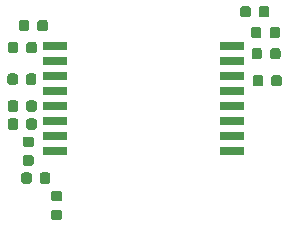
<source format=gbr>
%TF.GenerationSoftware,KiCad,Pcbnew,(5.1.5)-3*%
%TF.CreationDate,2020-05-01T16:03:37+02:00*%
%TF.ProjectId,SX1280_module,53583132-3830-45f6-9d6f-64756c652e6b,rev?*%
%TF.SameCoordinates,Original*%
%TF.FileFunction,Paste,Bot*%
%TF.FilePolarity,Positive*%
%FSLAX46Y46*%
G04 Gerber Fmt 4.6, Leading zero omitted, Abs format (unit mm)*
G04 Created by KiCad (PCBNEW (5.1.5)-3) date 2020-05-01 16:03:37*
%MOMM*%
%LPD*%
G04 APERTURE LIST*
%ADD10C,0.100000*%
%ADD11R,2.000000X0.800000*%
G04 APERTURE END LIST*
D10*
%TO.C,R18*%
G36*
X129424691Y-103171253D02*
G01*
X129445926Y-103174403D01*
X129466750Y-103179619D01*
X129486962Y-103186851D01*
X129506368Y-103196030D01*
X129524781Y-103207066D01*
X129542024Y-103219854D01*
X129557930Y-103234270D01*
X129572346Y-103250176D01*
X129585134Y-103267419D01*
X129596170Y-103285832D01*
X129605349Y-103305238D01*
X129612581Y-103325450D01*
X129617797Y-103346274D01*
X129620947Y-103367509D01*
X129622000Y-103388950D01*
X129622000Y-103901450D01*
X129620947Y-103922891D01*
X129617797Y-103944126D01*
X129612581Y-103964950D01*
X129605349Y-103985162D01*
X129596170Y-104004568D01*
X129585134Y-104022981D01*
X129572346Y-104040224D01*
X129557930Y-104056130D01*
X129542024Y-104070546D01*
X129524781Y-104083334D01*
X129506368Y-104094370D01*
X129486962Y-104103549D01*
X129466750Y-104110781D01*
X129445926Y-104115997D01*
X129424691Y-104119147D01*
X129403250Y-104120200D01*
X128965750Y-104120200D01*
X128944309Y-104119147D01*
X128923074Y-104115997D01*
X128902250Y-104110781D01*
X128882038Y-104103549D01*
X128862632Y-104094370D01*
X128844219Y-104083334D01*
X128826976Y-104070546D01*
X128811070Y-104056130D01*
X128796654Y-104040224D01*
X128783866Y-104022981D01*
X128772830Y-104004568D01*
X128763651Y-103985162D01*
X128756419Y-103964950D01*
X128751203Y-103944126D01*
X128748053Y-103922891D01*
X128747000Y-103901450D01*
X128747000Y-103388950D01*
X128748053Y-103367509D01*
X128751203Y-103346274D01*
X128756419Y-103325450D01*
X128763651Y-103305238D01*
X128772830Y-103285832D01*
X128783866Y-103267419D01*
X128796654Y-103250176D01*
X128811070Y-103234270D01*
X128826976Y-103219854D01*
X128844219Y-103207066D01*
X128862632Y-103196030D01*
X128882038Y-103186851D01*
X128902250Y-103179619D01*
X128923074Y-103174403D01*
X128944309Y-103171253D01*
X128965750Y-103170200D01*
X129403250Y-103170200D01*
X129424691Y-103171253D01*
G37*
G36*
X127849691Y-103171253D02*
G01*
X127870926Y-103174403D01*
X127891750Y-103179619D01*
X127911962Y-103186851D01*
X127931368Y-103196030D01*
X127949781Y-103207066D01*
X127967024Y-103219854D01*
X127982930Y-103234270D01*
X127997346Y-103250176D01*
X128010134Y-103267419D01*
X128021170Y-103285832D01*
X128030349Y-103305238D01*
X128037581Y-103325450D01*
X128042797Y-103346274D01*
X128045947Y-103367509D01*
X128047000Y-103388950D01*
X128047000Y-103901450D01*
X128045947Y-103922891D01*
X128042797Y-103944126D01*
X128037581Y-103964950D01*
X128030349Y-103985162D01*
X128021170Y-104004568D01*
X128010134Y-104022981D01*
X127997346Y-104040224D01*
X127982930Y-104056130D01*
X127967024Y-104070546D01*
X127949781Y-104083334D01*
X127931368Y-104094370D01*
X127911962Y-104103549D01*
X127891750Y-104110781D01*
X127870926Y-104115997D01*
X127849691Y-104119147D01*
X127828250Y-104120200D01*
X127390750Y-104120200D01*
X127369309Y-104119147D01*
X127348074Y-104115997D01*
X127327250Y-104110781D01*
X127307038Y-104103549D01*
X127287632Y-104094370D01*
X127269219Y-104083334D01*
X127251976Y-104070546D01*
X127236070Y-104056130D01*
X127221654Y-104040224D01*
X127208866Y-104022981D01*
X127197830Y-104004568D01*
X127188651Y-103985162D01*
X127181419Y-103964950D01*
X127176203Y-103944126D01*
X127173053Y-103922891D01*
X127172000Y-103901450D01*
X127172000Y-103388950D01*
X127173053Y-103367509D01*
X127176203Y-103346274D01*
X127181419Y-103325450D01*
X127188651Y-103305238D01*
X127197830Y-103285832D01*
X127208866Y-103267419D01*
X127221654Y-103250176D01*
X127236070Y-103234270D01*
X127251976Y-103219854D01*
X127269219Y-103207066D01*
X127287632Y-103196030D01*
X127307038Y-103186851D01*
X127327250Y-103179619D01*
X127348074Y-103174403D01*
X127369309Y-103171253D01*
X127390750Y-103170200D01*
X127828250Y-103170200D01*
X127849691Y-103171253D01*
G37*
%TD*%
%TO.C,R17*%
G36*
X110669291Y-104339653D02*
G01*
X110690526Y-104342803D01*
X110711350Y-104348019D01*
X110731562Y-104355251D01*
X110750968Y-104364430D01*
X110769381Y-104375466D01*
X110786624Y-104388254D01*
X110802530Y-104402670D01*
X110816946Y-104418576D01*
X110829734Y-104435819D01*
X110840770Y-104454232D01*
X110849949Y-104473638D01*
X110857181Y-104493850D01*
X110862397Y-104514674D01*
X110865547Y-104535909D01*
X110866600Y-104557350D01*
X110866600Y-105069850D01*
X110865547Y-105091291D01*
X110862397Y-105112526D01*
X110857181Y-105133350D01*
X110849949Y-105153562D01*
X110840770Y-105172968D01*
X110829734Y-105191381D01*
X110816946Y-105208624D01*
X110802530Y-105224530D01*
X110786624Y-105238946D01*
X110769381Y-105251734D01*
X110750968Y-105262770D01*
X110731562Y-105271949D01*
X110711350Y-105279181D01*
X110690526Y-105284397D01*
X110669291Y-105287547D01*
X110647850Y-105288600D01*
X110210350Y-105288600D01*
X110188909Y-105287547D01*
X110167674Y-105284397D01*
X110146850Y-105279181D01*
X110126638Y-105271949D01*
X110107232Y-105262770D01*
X110088819Y-105251734D01*
X110071576Y-105238946D01*
X110055670Y-105224530D01*
X110041254Y-105208624D01*
X110028466Y-105191381D01*
X110017430Y-105172968D01*
X110008251Y-105153562D01*
X110001019Y-105133350D01*
X109995803Y-105112526D01*
X109992653Y-105091291D01*
X109991600Y-105069850D01*
X109991600Y-104557350D01*
X109992653Y-104535909D01*
X109995803Y-104514674D01*
X110001019Y-104493850D01*
X110008251Y-104473638D01*
X110017430Y-104454232D01*
X110028466Y-104435819D01*
X110041254Y-104418576D01*
X110055670Y-104402670D01*
X110071576Y-104388254D01*
X110088819Y-104375466D01*
X110107232Y-104364430D01*
X110126638Y-104355251D01*
X110146850Y-104348019D01*
X110167674Y-104342803D01*
X110188909Y-104339653D01*
X110210350Y-104338600D01*
X110647850Y-104338600D01*
X110669291Y-104339653D01*
G37*
G36*
X109094291Y-104339653D02*
G01*
X109115526Y-104342803D01*
X109136350Y-104348019D01*
X109156562Y-104355251D01*
X109175968Y-104364430D01*
X109194381Y-104375466D01*
X109211624Y-104388254D01*
X109227530Y-104402670D01*
X109241946Y-104418576D01*
X109254734Y-104435819D01*
X109265770Y-104454232D01*
X109274949Y-104473638D01*
X109282181Y-104493850D01*
X109287397Y-104514674D01*
X109290547Y-104535909D01*
X109291600Y-104557350D01*
X109291600Y-105069850D01*
X109290547Y-105091291D01*
X109287397Y-105112526D01*
X109282181Y-105133350D01*
X109274949Y-105153562D01*
X109265770Y-105172968D01*
X109254734Y-105191381D01*
X109241946Y-105208624D01*
X109227530Y-105224530D01*
X109211624Y-105238946D01*
X109194381Y-105251734D01*
X109175968Y-105262770D01*
X109156562Y-105271949D01*
X109136350Y-105279181D01*
X109115526Y-105284397D01*
X109094291Y-105287547D01*
X109072850Y-105288600D01*
X108635350Y-105288600D01*
X108613909Y-105287547D01*
X108592674Y-105284397D01*
X108571850Y-105279181D01*
X108551638Y-105271949D01*
X108532232Y-105262770D01*
X108513819Y-105251734D01*
X108496576Y-105238946D01*
X108480670Y-105224530D01*
X108466254Y-105208624D01*
X108453466Y-105191381D01*
X108442430Y-105172968D01*
X108433251Y-105153562D01*
X108426019Y-105133350D01*
X108420803Y-105112526D01*
X108417653Y-105091291D01*
X108416600Y-105069850D01*
X108416600Y-104557350D01*
X108417653Y-104535909D01*
X108420803Y-104514674D01*
X108426019Y-104493850D01*
X108433251Y-104473638D01*
X108442430Y-104454232D01*
X108453466Y-104435819D01*
X108466254Y-104418576D01*
X108480670Y-104402670D01*
X108496576Y-104388254D01*
X108513819Y-104375466D01*
X108532232Y-104364430D01*
X108551638Y-104355251D01*
X108571850Y-104348019D01*
X108592674Y-104342803D01*
X108613909Y-104339653D01*
X108635350Y-104338600D01*
X109072850Y-104338600D01*
X109094291Y-104339653D01*
G37*
%TD*%
%TO.C,R16*%
G36*
X130481291Y-109013253D02*
G01*
X130502526Y-109016403D01*
X130523350Y-109021619D01*
X130543562Y-109028851D01*
X130562968Y-109038030D01*
X130581381Y-109049066D01*
X130598624Y-109061854D01*
X130614530Y-109076270D01*
X130628946Y-109092176D01*
X130641734Y-109109419D01*
X130652770Y-109127832D01*
X130661949Y-109147238D01*
X130669181Y-109167450D01*
X130674397Y-109188274D01*
X130677547Y-109209509D01*
X130678600Y-109230950D01*
X130678600Y-109743450D01*
X130677547Y-109764891D01*
X130674397Y-109786126D01*
X130669181Y-109806950D01*
X130661949Y-109827162D01*
X130652770Y-109846568D01*
X130641734Y-109864981D01*
X130628946Y-109882224D01*
X130614530Y-109898130D01*
X130598624Y-109912546D01*
X130581381Y-109925334D01*
X130562968Y-109936370D01*
X130543562Y-109945549D01*
X130523350Y-109952781D01*
X130502526Y-109957997D01*
X130481291Y-109961147D01*
X130459850Y-109962200D01*
X130022350Y-109962200D01*
X130000909Y-109961147D01*
X129979674Y-109957997D01*
X129958850Y-109952781D01*
X129938638Y-109945549D01*
X129919232Y-109936370D01*
X129900819Y-109925334D01*
X129883576Y-109912546D01*
X129867670Y-109898130D01*
X129853254Y-109882224D01*
X129840466Y-109864981D01*
X129829430Y-109846568D01*
X129820251Y-109827162D01*
X129813019Y-109806950D01*
X129807803Y-109786126D01*
X129804653Y-109764891D01*
X129803600Y-109743450D01*
X129803600Y-109230950D01*
X129804653Y-109209509D01*
X129807803Y-109188274D01*
X129813019Y-109167450D01*
X129820251Y-109147238D01*
X129829430Y-109127832D01*
X129840466Y-109109419D01*
X129853254Y-109092176D01*
X129867670Y-109076270D01*
X129883576Y-109061854D01*
X129900819Y-109049066D01*
X129919232Y-109038030D01*
X129938638Y-109028851D01*
X129958850Y-109021619D01*
X129979674Y-109016403D01*
X130000909Y-109013253D01*
X130022350Y-109012200D01*
X130459850Y-109012200D01*
X130481291Y-109013253D01*
G37*
G36*
X128906291Y-109013253D02*
G01*
X128927526Y-109016403D01*
X128948350Y-109021619D01*
X128968562Y-109028851D01*
X128987968Y-109038030D01*
X129006381Y-109049066D01*
X129023624Y-109061854D01*
X129039530Y-109076270D01*
X129053946Y-109092176D01*
X129066734Y-109109419D01*
X129077770Y-109127832D01*
X129086949Y-109147238D01*
X129094181Y-109167450D01*
X129099397Y-109188274D01*
X129102547Y-109209509D01*
X129103600Y-109230950D01*
X129103600Y-109743450D01*
X129102547Y-109764891D01*
X129099397Y-109786126D01*
X129094181Y-109806950D01*
X129086949Y-109827162D01*
X129077770Y-109846568D01*
X129066734Y-109864981D01*
X129053946Y-109882224D01*
X129039530Y-109898130D01*
X129023624Y-109912546D01*
X129006381Y-109925334D01*
X128987968Y-109936370D01*
X128968562Y-109945549D01*
X128948350Y-109952781D01*
X128927526Y-109957997D01*
X128906291Y-109961147D01*
X128884850Y-109962200D01*
X128447350Y-109962200D01*
X128425909Y-109961147D01*
X128404674Y-109957997D01*
X128383850Y-109952781D01*
X128363638Y-109945549D01*
X128344232Y-109936370D01*
X128325819Y-109925334D01*
X128308576Y-109912546D01*
X128292670Y-109898130D01*
X128278254Y-109882224D01*
X128265466Y-109864981D01*
X128254430Y-109846568D01*
X128245251Y-109827162D01*
X128238019Y-109806950D01*
X128232803Y-109786126D01*
X128229653Y-109764891D01*
X128228600Y-109743450D01*
X128228600Y-109230950D01*
X128229653Y-109209509D01*
X128232803Y-109188274D01*
X128238019Y-109167450D01*
X128245251Y-109147238D01*
X128254430Y-109127832D01*
X128265466Y-109109419D01*
X128278254Y-109092176D01*
X128292670Y-109076270D01*
X128308576Y-109061854D01*
X128325819Y-109049066D01*
X128344232Y-109038030D01*
X128363638Y-109028851D01*
X128383850Y-109021619D01*
X128404674Y-109016403D01*
X128425909Y-109013253D01*
X128447350Y-109012200D01*
X128884850Y-109012200D01*
X128906291Y-109013253D01*
G37*
%TD*%
%TO.C,R14*%
G36*
X130379691Y-106727253D02*
G01*
X130400926Y-106730403D01*
X130421750Y-106735619D01*
X130441962Y-106742851D01*
X130461368Y-106752030D01*
X130479781Y-106763066D01*
X130497024Y-106775854D01*
X130512930Y-106790270D01*
X130527346Y-106806176D01*
X130540134Y-106823419D01*
X130551170Y-106841832D01*
X130560349Y-106861238D01*
X130567581Y-106881450D01*
X130572797Y-106902274D01*
X130575947Y-106923509D01*
X130577000Y-106944950D01*
X130577000Y-107457450D01*
X130575947Y-107478891D01*
X130572797Y-107500126D01*
X130567581Y-107520950D01*
X130560349Y-107541162D01*
X130551170Y-107560568D01*
X130540134Y-107578981D01*
X130527346Y-107596224D01*
X130512930Y-107612130D01*
X130497024Y-107626546D01*
X130479781Y-107639334D01*
X130461368Y-107650370D01*
X130441962Y-107659549D01*
X130421750Y-107666781D01*
X130400926Y-107671997D01*
X130379691Y-107675147D01*
X130358250Y-107676200D01*
X129920750Y-107676200D01*
X129899309Y-107675147D01*
X129878074Y-107671997D01*
X129857250Y-107666781D01*
X129837038Y-107659549D01*
X129817632Y-107650370D01*
X129799219Y-107639334D01*
X129781976Y-107626546D01*
X129766070Y-107612130D01*
X129751654Y-107596224D01*
X129738866Y-107578981D01*
X129727830Y-107560568D01*
X129718651Y-107541162D01*
X129711419Y-107520950D01*
X129706203Y-107500126D01*
X129703053Y-107478891D01*
X129702000Y-107457450D01*
X129702000Y-106944950D01*
X129703053Y-106923509D01*
X129706203Y-106902274D01*
X129711419Y-106881450D01*
X129718651Y-106861238D01*
X129727830Y-106841832D01*
X129738866Y-106823419D01*
X129751654Y-106806176D01*
X129766070Y-106790270D01*
X129781976Y-106775854D01*
X129799219Y-106763066D01*
X129817632Y-106752030D01*
X129837038Y-106742851D01*
X129857250Y-106735619D01*
X129878074Y-106730403D01*
X129899309Y-106727253D01*
X129920750Y-106726200D01*
X130358250Y-106726200D01*
X130379691Y-106727253D01*
G37*
G36*
X128804691Y-106727253D02*
G01*
X128825926Y-106730403D01*
X128846750Y-106735619D01*
X128866962Y-106742851D01*
X128886368Y-106752030D01*
X128904781Y-106763066D01*
X128922024Y-106775854D01*
X128937930Y-106790270D01*
X128952346Y-106806176D01*
X128965134Y-106823419D01*
X128976170Y-106841832D01*
X128985349Y-106861238D01*
X128992581Y-106881450D01*
X128997797Y-106902274D01*
X129000947Y-106923509D01*
X129002000Y-106944950D01*
X129002000Y-107457450D01*
X129000947Y-107478891D01*
X128997797Y-107500126D01*
X128992581Y-107520950D01*
X128985349Y-107541162D01*
X128976170Y-107560568D01*
X128965134Y-107578981D01*
X128952346Y-107596224D01*
X128937930Y-107612130D01*
X128922024Y-107626546D01*
X128904781Y-107639334D01*
X128886368Y-107650370D01*
X128866962Y-107659549D01*
X128846750Y-107666781D01*
X128825926Y-107671997D01*
X128804691Y-107675147D01*
X128783250Y-107676200D01*
X128345750Y-107676200D01*
X128324309Y-107675147D01*
X128303074Y-107671997D01*
X128282250Y-107666781D01*
X128262038Y-107659549D01*
X128242632Y-107650370D01*
X128224219Y-107639334D01*
X128206976Y-107626546D01*
X128191070Y-107612130D01*
X128176654Y-107596224D01*
X128163866Y-107578981D01*
X128152830Y-107560568D01*
X128143651Y-107541162D01*
X128136419Y-107520950D01*
X128131203Y-107500126D01*
X128128053Y-107478891D01*
X128127000Y-107457450D01*
X128127000Y-106944950D01*
X128128053Y-106923509D01*
X128131203Y-106902274D01*
X128136419Y-106881450D01*
X128143651Y-106861238D01*
X128152830Y-106841832D01*
X128163866Y-106823419D01*
X128176654Y-106806176D01*
X128191070Y-106790270D01*
X128206976Y-106775854D01*
X128224219Y-106763066D01*
X128242632Y-106752030D01*
X128262038Y-106742851D01*
X128282250Y-106735619D01*
X128303074Y-106730403D01*
X128324309Y-106727253D01*
X128345750Y-106726200D01*
X128783250Y-106726200D01*
X128804691Y-106727253D01*
G37*
%TD*%
%TO.C,R13*%
G36*
X130339191Y-104936053D02*
G01*
X130360426Y-104939203D01*
X130381250Y-104944419D01*
X130401462Y-104951651D01*
X130420868Y-104960830D01*
X130439281Y-104971866D01*
X130456524Y-104984654D01*
X130472430Y-104999070D01*
X130486846Y-105014976D01*
X130499634Y-105032219D01*
X130510670Y-105050632D01*
X130519849Y-105070038D01*
X130527081Y-105090250D01*
X130532297Y-105111074D01*
X130535447Y-105132309D01*
X130536500Y-105153750D01*
X130536500Y-105666250D01*
X130535447Y-105687691D01*
X130532297Y-105708926D01*
X130527081Y-105729750D01*
X130519849Y-105749962D01*
X130510670Y-105769368D01*
X130499634Y-105787781D01*
X130486846Y-105805024D01*
X130472430Y-105820930D01*
X130456524Y-105835346D01*
X130439281Y-105848134D01*
X130420868Y-105859170D01*
X130401462Y-105868349D01*
X130381250Y-105875581D01*
X130360426Y-105880797D01*
X130339191Y-105883947D01*
X130317750Y-105885000D01*
X129880250Y-105885000D01*
X129858809Y-105883947D01*
X129837574Y-105880797D01*
X129816750Y-105875581D01*
X129796538Y-105868349D01*
X129777132Y-105859170D01*
X129758719Y-105848134D01*
X129741476Y-105835346D01*
X129725570Y-105820930D01*
X129711154Y-105805024D01*
X129698366Y-105787781D01*
X129687330Y-105769368D01*
X129678151Y-105749962D01*
X129670919Y-105729750D01*
X129665703Y-105708926D01*
X129662553Y-105687691D01*
X129661500Y-105666250D01*
X129661500Y-105153750D01*
X129662553Y-105132309D01*
X129665703Y-105111074D01*
X129670919Y-105090250D01*
X129678151Y-105070038D01*
X129687330Y-105050632D01*
X129698366Y-105032219D01*
X129711154Y-105014976D01*
X129725570Y-104999070D01*
X129741476Y-104984654D01*
X129758719Y-104971866D01*
X129777132Y-104960830D01*
X129796538Y-104951651D01*
X129816750Y-104944419D01*
X129837574Y-104939203D01*
X129858809Y-104936053D01*
X129880250Y-104935000D01*
X130317750Y-104935000D01*
X130339191Y-104936053D01*
G37*
G36*
X128764191Y-104936053D02*
G01*
X128785426Y-104939203D01*
X128806250Y-104944419D01*
X128826462Y-104951651D01*
X128845868Y-104960830D01*
X128864281Y-104971866D01*
X128881524Y-104984654D01*
X128897430Y-104999070D01*
X128911846Y-105014976D01*
X128924634Y-105032219D01*
X128935670Y-105050632D01*
X128944849Y-105070038D01*
X128952081Y-105090250D01*
X128957297Y-105111074D01*
X128960447Y-105132309D01*
X128961500Y-105153750D01*
X128961500Y-105666250D01*
X128960447Y-105687691D01*
X128957297Y-105708926D01*
X128952081Y-105729750D01*
X128944849Y-105749962D01*
X128935670Y-105769368D01*
X128924634Y-105787781D01*
X128911846Y-105805024D01*
X128897430Y-105820930D01*
X128881524Y-105835346D01*
X128864281Y-105848134D01*
X128845868Y-105859170D01*
X128826462Y-105868349D01*
X128806250Y-105875581D01*
X128785426Y-105880797D01*
X128764191Y-105883947D01*
X128742750Y-105885000D01*
X128305250Y-105885000D01*
X128283809Y-105883947D01*
X128262574Y-105880797D01*
X128241750Y-105875581D01*
X128221538Y-105868349D01*
X128202132Y-105859170D01*
X128183719Y-105848134D01*
X128166476Y-105835346D01*
X128150570Y-105820930D01*
X128136154Y-105805024D01*
X128123366Y-105787781D01*
X128112330Y-105769368D01*
X128103151Y-105749962D01*
X128095919Y-105729750D01*
X128090703Y-105708926D01*
X128087553Y-105687691D01*
X128086500Y-105666250D01*
X128086500Y-105153750D01*
X128087553Y-105132309D01*
X128090703Y-105111074D01*
X128095919Y-105090250D01*
X128103151Y-105070038D01*
X128112330Y-105050632D01*
X128123366Y-105032219D01*
X128136154Y-105014976D01*
X128150570Y-104999070D01*
X128166476Y-104984654D01*
X128183719Y-104971866D01*
X128202132Y-104960830D01*
X128221538Y-104951651D01*
X128241750Y-104944419D01*
X128262574Y-104939203D01*
X128283809Y-104936053D01*
X128305250Y-104935000D01*
X128742750Y-104935000D01*
X128764191Y-104936053D01*
G37*
%TD*%
%TO.C,R12*%
G36*
X108164691Y-106206053D02*
G01*
X108185926Y-106209203D01*
X108206750Y-106214419D01*
X108226962Y-106221651D01*
X108246368Y-106230830D01*
X108264781Y-106241866D01*
X108282024Y-106254654D01*
X108297930Y-106269070D01*
X108312346Y-106284976D01*
X108325134Y-106302219D01*
X108336170Y-106320632D01*
X108345349Y-106340038D01*
X108352581Y-106360250D01*
X108357797Y-106381074D01*
X108360947Y-106402309D01*
X108362000Y-106423750D01*
X108362000Y-106936250D01*
X108360947Y-106957691D01*
X108357797Y-106978926D01*
X108352581Y-106999750D01*
X108345349Y-107019962D01*
X108336170Y-107039368D01*
X108325134Y-107057781D01*
X108312346Y-107075024D01*
X108297930Y-107090930D01*
X108282024Y-107105346D01*
X108264781Y-107118134D01*
X108246368Y-107129170D01*
X108226962Y-107138349D01*
X108206750Y-107145581D01*
X108185926Y-107150797D01*
X108164691Y-107153947D01*
X108143250Y-107155000D01*
X107705750Y-107155000D01*
X107684309Y-107153947D01*
X107663074Y-107150797D01*
X107642250Y-107145581D01*
X107622038Y-107138349D01*
X107602632Y-107129170D01*
X107584219Y-107118134D01*
X107566976Y-107105346D01*
X107551070Y-107090930D01*
X107536654Y-107075024D01*
X107523866Y-107057781D01*
X107512830Y-107039368D01*
X107503651Y-107019962D01*
X107496419Y-106999750D01*
X107491203Y-106978926D01*
X107488053Y-106957691D01*
X107487000Y-106936250D01*
X107487000Y-106423750D01*
X107488053Y-106402309D01*
X107491203Y-106381074D01*
X107496419Y-106360250D01*
X107503651Y-106340038D01*
X107512830Y-106320632D01*
X107523866Y-106302219D01*
X107536654Y-106284976D01*
X107551070Y-106269070D01*
X107566976Y-106254654D01*
X107584219Y-106241866D01*
X107602632Y-106230830D01*
X107622038Y-106221651D01*
X107642250Y-106214419D01*
X107663074Y-106209203D01*
X107684309Y-106206053D01*
X107705750Y-106205000D01*
X108143250Y-106205000D01*
X108164691Y-106206053D01*
G37*
G36*
X109739691Y-106206053D02*
G01*
X109760926Y-106209203D01*
X109781750Y-106214419D01*
X109801962Y-106221651D01*
X109821368Y-106230830D01*
X109839781Y-106241866D01*
X109857024Y-106254654D01*
X109872930Y-106269070D01*
X109887346Y-106284976D01*
X109900134Y-106302219D01*
X109911170Y-106320632D01*
X109920349Y-106340038D01*
X109927581Y-106360250D01*
X109932797Y-106381074D01*
X109935947Y-106402309D01*
X109937000Y-106423750D01*
X109937000Y-106936250D01*
X109935947Y-106957691D01*
X109932797Y-106978926D01*
X109927581Y-106999750D01*
X109920349Y-107019962D01*
X109911170Y-107039368D01*
X109900134Y-107057781D01*
X109887346Y-107075024D01*
X109872930Y-107090930D01*
X109857024Y-107105346D01*
X109839781Y-107118134D01*
X109821368Y-107129170D01*
X109801962Y-107138349D01*
X109781750Y-107145581D01*
X109760926Y-107150797D01*
X109739691Y-107153947D01*
X109718250Y-107155000D01*
X109280750Y-107155000D01*
X109259309Y-107153947D01*
X109238074Y-107150797D01*
X109217250Y-107145581D01*
X109197038Y-107138349D01*
X109177632Y-107129170D01*
X109159219Y-107118134D01*
X109141976Y-107105346D01*
X109126070Y-107090930D01*
X109111654Y-107075024D01*
X109098866Y-107057781D01*
X109087830Y-107039368D01*
X109078651Y-107019962D01*
X109071419Y-106999750D01*
X109066203Y-106978926D01*
X109063053Y-106957691D01*
X109062000Y-106936250D01*
X109062000Y-106423750D01*
X109063053Y-106402309D01*
X109066203Y-106381074D01*
X109071419Y-106360250D01*
X109078651Y-106340038D01*
X109087830Y-106320632D01*
X109098866Y-106302219D01*
X109111654Y-106284976D01*
X109126070Y-106269070D01*
X109141976Y-106254654D01*
X109159219Y-106241866D01*
X109177632Y-106230830D01*
X109197038Y-106221651D01*
X109217250Y-106214419D01*
X109238074Y-106209203D01*
X109259309Y-106206053D01*
X109280750Y-106205000D01*
X109718250Y-106205000D01*
X109739691Y-106206053D01*
G37*
%TD*%
%TO.C,R11*%
G36*
X108139191Y-108873053D02*
G01*
X108160426Y-108876203D01*
X108181250Y-108881419D01*
X108201462Y-108888651D01*
X108220868Y-108897830D01*
X108239281Y-108908866D01*
X108256524Y-108921654D01*
X108272430Y-108936070D01*
X108286846Y-108951976D01*
X108299634Y-108969219D01*
X108310670Y-108987632D01*
X108319849Y-109007038D01*
X108327081Y-109027250D01*
X108332297Y-109048074D01*
X108335447Y-109069309D01*
X108336500Y-109090750D01*
X108336500Y-109603250D01*
X108335447Y-109624691D01*
X108332297Y-109645926D01*
X108327081Y-109666750D01*
X108319849Y-109686962D01*
X108310670Y-109706368D01*
X108299634Y-109724781D01*
X108286846Y-109742024D01*
X108272430Y-109757930D01*
X108256524Y-109772346D01*
X108239281Y-109785134D01*
X108220868Y-109796170D01*
X108201462Y-109805349D01*
X108181250Y-109812581D01*
X108160426Y-109817797D01*
X108139191Y-109820947D01*
X108117750Y-109822000D01*
X107680250Y-109822000D01*
X107658809Y-109820947D01*
X107637574Y-109817797D01*
X107616750Y-109812581D01*
X107596538Y-109805349D01*
X107577132Y-109796170D01*
X107558719Y-109785134D01*
X107541476Y-109772346D01*
X107525570Y-109757930D01*
X107511154Y-109742024D01*
X107498366Y-109724781D01*
X107487330Y-109706368D01*
X107478151Y-109686962D01*
X107470919Y-109666750D01*
X107465703Y-109645926D01*
X107462553Y-109624691D01*
X107461500Y-109603250D01*
X107461500Y-109090750D01*
X107462553Y-109069309D01*
X107465703Y-109048074D01*
X107470919Y-109027250D01*
X107478151Y-109007038D01*
X107487330Y-108987632D01*
X107498366Y-108969219D01*
X107511154Y-108951976D01*
X107525570Y-108936070D01*
X107541476Y-108921654D01*
X107558719Y-108908866D01*
X107577132Y-108897830D01*
X107596538Y-108888651D01*
X107616750Y-108881419D01*
X107637574Y-108876203D01*
X107658809Y-108873053D01*
X107680250Y-108872000D01*
X108117750Y-108872000D01*
X108139191Y-108873053D01*
G37*
G36*
X109714191Y-108873053D02*
G01*
X109735426Y-108876203D01*
X109756250Y-108881419D01*
X109776462Y-108888651D01*
X109795868Y-108897830D01*
X109814281Y-108908866D01*
X109831524Y-108921654D01*
X109847430Y-108936070D01*
X109861846Y-108951976D01*
X109874634Y-108969219D01*
X109885670Y-108987632D01*
X109894849Y-109007038D01*
X109902081Y-109027250D01*
X109907297Y-109048074D01*
X109910447Y-109069309D01*
X109911500Y-109090750D01*
X109911500Y-109603250D01*
X109910447Y-109624691D01*
X109907297Y-109645926D01*
X109902081Y-109666750D01*
X109894849Y-109686962D01*
X109885670Y-109706368D01*
X109874634Y-109724781D01*
X109861846Y-109742024D01*
X109847430Y-109757930D01*
X109831524Y-109772346D01*
X109814281Y-109785134D01*
X109795868Y-109796170D01*
X109776462Y-109805349D01*
X109756250Y-109812581D01*
X109735426Y-109817797D01*
X109714191Y-109820947D01*
X109692750Y-109822000D01*
X109255250Y-109822000D01*
X109233809Y-109820947D01*
X109212574Y-109817797D01*
X109191750Y-109812581D01*
X109171538Y-109805349D01*
X109152132Y-109796170D01*
X109133719Y-109785134D01*
X109116476Y-109772346D01*
X109100570Y-109757930D01*
X109086154Y-109742024D01*
X109073366Y-109724781D01*
X109062330Y-109706368D01*
X109053151Y-109686962D01*
X109045919Y-109666750D01*
X109040703Y-109645926D01*
X109037553Y-109624691D01*
X109036500Y-109603250D01*
X109036500Y-109090750D01*
X109037553Y-109069309D01*
X109040703Y-109048074D01*
X109045919Y-109027250D01*
X109053151Y-109007038D01*
X109062330Y-108987632D01*
X109073366Y-108969219D01*
X109086154Y-108951976D01*
X109100570Y-108936070D01*
X109116476Y-108921654D01*
X109133719Y-108908866D01*
X109152132Y-108897830D01*
X109171538Y-108888651D01*
X109191750Y-108881419D01*
X109212574Y-108876203D01*
X109233809Y-108873053D01*
X109255250Y-108872000D01*
X109692750Y-108872000D01*
X109714191Y-108873053D01*
G37*
%TD*%
%TO.C,R9*%
G36*
X108164691Y-112683053D02*
G01*
X108185926Y-112686203D01*
X108206750Y-112691419D01*
X108226962Y-112698651D01*
X108246368Y-112707830D01*
X108264781Y-112718866D01*
X108282024Y-112731654D01*
X108297930Y-112746070D01*
X108312346Y-112761976D01*
X108325134Y-112779219D01*
X108336170Y-112797632D01*
X108345349Y-112817038D01*
X108352581Y-112837250D01*
X108357797Y-112858074D01*
X108360947Y-112879309D01*
X108362000Y-112900750D01*
X108362000Y-113413250D01*
X108360947Y-113434691D01*
X108357797Y-113455926D01*
X108352581Y-113476750D01*
X108345349Y-113496962D01*
X108336170Y-113516368D01*
X108325134Y-113534781D01*
X108312346Y-113552024D01*
X108297930Y-113567930D01*
X108282024Y-113582346D01*
X108264781Y-113595134D01*
X108246368Y-113606170D01*
X108226962Y-113615349D01*
X108206750Y-113622581D01*
X108185926Y-113627797D01*
X108164691Y-113630947D01*
X108143250Y-113632000D01*
X107705750Y-113632000D01*
X107684309Y-113630947D01*
X107663074Y-113627797D01*
X107642250Y-113622581D01*
X107622038Y-113615349D01*
X107602632Y-113606170D01*
X107584219Y-113595134D01*
X107566976Y-113582346D01*
X107551070Y-113567930D01*
X107536654Y-113552024D01*
X107523866Y-113534781D01*
X107512830Y-113516368D01*
X107503651Y-113496962D01*
X107496419Y-113476750D01*
X107491203Y-113455926D01*
X107488053Y-113434691D01*
X107487000Y-113413250D01*
X107487000Y-112900750D01*
X107488053Y-112879309D01*
X107491203Y-112858074D01*
X107496419Y-112837250D01*
X107503651Y-112817038D01*
X107512830Y-112797632D01*
X107523866Y-112779219D01*
X107536654Y-112761976D01*
X107551070Y-112746070D01*
X107566976Y-112731654D01*
X107584219Y-112718866D01*
X107602632Y-112707830D01*
X107622038Y-112698651D01*
X107642250Y-112691419D01*
X107663074Y-112686203D01*
X107684309Y-112683053D01*
X107705750Y-112682000D01*
X108143250Y-112682000D01*
X108164691Y-112683053D01*
G37*
G36*
X109739691Y-112683053D02*
G01*
X109760926Y-112686203D01*
X109781750Y-112691419D01*
X109801962Y-112698651D01*
X109821368Y-112707830D01*
X109839781Y-112718866D01*
X109857024Y-112731654D01*
X109872930Y-112746070D01*
X109887346Y-112761976D01*
X109900134Y-112779219D01*
X109911170Y-112797632D01*
X109920349Y-112817038D01*
X109927581Y-112837250D01*
X109932797Y-112858074D01*
X109935947Y-112879309D01*
X109937000Y-112900750D01*
X109937000Y-113413250D01*
X109935947Y-113434691D01*
X109932797Y-113455926D01*
X109927581Y-113476750D01*
X109920349Y-113496962D01*
X109911170Y-113516368D01*
X109900134Y-113534781D01*
X109887346Y-113552024D01*
X109872930Y-113567930D01*
X109857024Y-113582346D01*
X109839781Y-113595134D01*
X109821368Y-113606170D01*
X109801962Y-113615349D01*
X109781750Y-113622581D01*
X109760926Y-113627797D01*
X109739691Y-113630947D01*
X109718250Y-113632000D01*
X109280750Y-113632000D01*
X109259309Y-113630947D01*
X109238074Y-113627797D01*
X109217250Y-113622581D01*
X109197038Y-113615349D01*
X109177632Y-113606170D01*
X109159219Y-113595134D01*
X109141976Y-113582346D01*
X109126070Y-113567930D01*
X109111654Y-113552024D01*
X109098866Y-113534781D01*
X109087830Y-113516368D01*
X109078651Y-113496962D01*
X109071419Y-113476750D01*
X109066203Y-113455926D01*
X109063053Y-113434691D01*
X109062000Y-113413250D01*
X109062000Y-112900750D01*
X109063053Y-112879309D01*
X109066203Y-112858074D01*
X109071419Y-112837250D01*
X109078651Y-112817038D01*
X109087830Y-112797632D01*
X109098866Y-112779219D01*
X109111654Y-112761976D01*
X109126070Y-112746070D01*
X109141976Y-112731654D01*
X109159219Y-112718866D01*
X109177632Y-112707830D01*
X109197038Y-112698651D01*
X109217250Y-112691419D01*
X109238074Y-112686203D01*
X109259309Y-112683053D01*
X109280750Y-112682000D01*
X109718250Y-112682000D01*
X109739691Y-112683053D01*
G37*
%TD*%
%TO.C,R8*%
G36*
X108164691Y-111159053D02*
G01*
X108185926Y-111162203D01*
X108206750Y-111167419D01*
X108226962Y-111174651D01*
X108246368Y-111183830D01*
X108264781Y-111194866D01*
X108282024Y-111207654D01*
X108297930Y-111222070D01*
X108312346Y-111237976D01*
X108325134Y-111255219D01*
X108336170Y-111273632D01*
X108345349Y-111293038D01*
X108352581Y-111313250D01*
X108357797Y-111334074D01*
X108360947Y-111355309D01*
X108362000Y-111376750D01*
X108362000Y-111889250D01*
X108360947Y-111910691D01*
X108357797Y-111931926D01*
X108352581Y-111952750D01*
X108345349Y-111972962D01*
X108336170Y-111992368D01*
X108325134Y-112010781D01*
X108312346Y-112028024D01*
X108297930Y-112043930D01*
X108282024Y-112058346D01*
X108264781Y-112071134D01*
X108246368Y-112082170D01*
X108226962Y-112091349D01*
X108206750Y-112098581D01*
X108185926Y-112103797D01*
X108164691Y-112106947D01*
X108143250Y-112108000D01*
X107705750Y-112108000D01*
X107684309Y-112106947D01*
X107663074Y-112103797D01*
X107642250Y-112098581D01*
X107622038Y-112091349D01*
X107602632Y-112082170D01*
X107584219Y-112071134D01*
X107566976Y-112058346D01*
X107551070Y-112043930D01*
X107536654Y-112028024D01*
X107523866Y-112010781D01*
X107512830Y-111992368D01*
X107503651Y-111972962D01*
X107496419Y-111952750D01*
X107491203Y-111931926D01*
X107488053Y-111910691D01*
X107487000Y-111889250D01*
X107487000Y-111376750D01*
X107488053Y-111355309D01*
X107491203Y-111334074D01*
X107496419Y-111313250D01*
X107503651Y-111293038D01*
X107512830Y-111273632D01*
X107523866Y-111255219D01*
X107536654Y-111237976D01*
X107551070Y-111222070D01*
X107566976Y-111207654D01*
X107584219Y-111194866D01*
X107602632Y-111183830D01*
X107622038Y-111174651D01*
X107642250Y-111167419D01*
X107663074Y-111162203D01*
X107684309Y-111159053D01*
X107705750Y-111158000D01*
X108143250Y-111158000D01*
X108164691Y-111159053D01*
G37*
G36*
X109739691Y-111159053D02*
G01*
X109760926Y-111162203D01*
X109781750Y-111167419D01*
X109801962Y-111174651D01*
X109821368Y-111183830D01*
X109839781Y-111194866D01*
X109857024Y-111207654D01*
X109872930Y-111222070D01*
X109887346Y-111237976D01*
X109900134Y-111255219D01*
X109911170Y-111273632D01*
X109920349Y-111293038D01*
X109927581Y-111313250D01*
X109932797Y-111334074D01*
X109935947Y-111355309D01*
X109937000Y-111376750D01*
X109937000Y-111889250D01*
X109935947Y-111910691D01*
X109932797Y-111931926D01*
X109927581Y-111952750D01*
X109920349Y-111972962D01*
X109911170Y-111992368D01*
X109900134Y-112010781D01*
X109887346Y-112028024D01*
X109872930Y-112043930D01*
X109857024Y-112058346D01*
X109839781Y-112071134D01*
X109821368Y-112082170D01*
X109801962Y-112091349D01*
X109781750Y-112098581D01*
X109760926Y-112103797D01*
X109739691Y-112106947D01*
X109718250Y-112108000D01*
X109280750Y-112108000D01*
X109259309Y-112106947D01*
X109238074Y-112103797D01*
X109217250Y-112098581D01*
X109197038Y-112091349D01*
X109177632Y-112082170D01*
X109159219Y-112071134D01*
X109141976Y-112058346D01*
X109126070Y-112043930D01*
X109111654Y-112028024D01*
X109098866Y-112010781D01*
X109087830Y-111992368D01*
X109078651Y-111972962D01*
X109071419Y-111952750D01*
X109066203Y-111931926D01*
X109063053Y-111910691D01*
X109062000Y-111889250D01*
X109062000Y-111376750D01*
X109063053Y-111355309D01*
X109066203Y-111334074D01*
X109071419Y-111313250D01*
X109078651Y-111293038D01*
X109087830Y-111273632D01*
X109098866Y-111255219D01*
X109111654Y-111237976D01*
X109126070Y-111222070D01*
X109141976Y-111207654D01*
X109159219Y-111194866D01*
X109177632Y-111183830D01*
X109197038Y-111174651D01*
X109217250Y-111167419D01*
X109238074Y-111162203D01*
X109259309Y-111159053D01*
X109280750Y-111158000D01*
X109718250Y-111158000D01*
X109739691Y-111159053D01*
G37*
%TD*%
D11*
%TO.C,M1*%
X111500000Y-106555000D03*
X126500000Y-106555000D03*
X111500000Y-107825000D03*
X126500000Y-107825000D03*
X111500000Y-109095000D03*
X126500000Y-109095000D03*
X111500000Y-110365000D03*
X126500000Y-110365000D03*
X111500000Y-111635000D03*
X126500000Y-111635000D03*
X111500000Y-112905000D03*
X126500000Y-112905000D03*
X111500000Y-114175000D03*
X126500000Y-114175000D03*
X111500000Y-115445000D03*
X126500000Y-115445000D03*
%TD*%
D10*
%TO.C,L1*%
G36*
X111900491Y-118829653D02*
G01*
X111921726Y-118832803D01*
X111942550Y-118838019D01*
X111962762Y-118845251D01*
X111982168Y-118854430D01*
X112000581Y-118865466D01*
X112017824Y-118878254D01*
X112033730Y-118892670D01*
X112048146Y-118908576D01*
X112060934Y-118925819D01*
X112071970Y-118944232D01*
X112081149Y-118963638D01*
X112088381Y-118983850D01*
X112093597Y-119004674D01*
X112096747Y-119025909D01*
X112097800Y-119047350D01*
X112097800Y-119484850D01*
X112096747Y-119506291D01*
X112093597Y-119527526D01*
X112088381Y-119548350D01*
X112081149Y-119568562D01*
X112071970Y-119587968D01*
X112060934Y-119606381D01*
X112048146Y-119623624D01*
X112033730Y-119639530D01*
X112017824Y-119653946D01*
X112000581Y-119666734D01*
X111982168Y-119677770D01*
X111962762Y-119686949D01*
X111942550Y-119694181D01*
X111921726Y-119699397D01*
X111900491Y-119702547D01*
X111879050Y-119703600D01*
X111366550Y-119703600D01*
X111345109Y-119702547D01*
X111323874Y-119699397D01*
X111303050Y-119694181D01*
X111282838Y-119686949D01*
X111263432Y-119677770D01*
X111245019Y-119666734D01*
X111227776Y-119653946D01*
X111211870Y-119639530D01*
X111197454Y-119623624D01*
X111184666Y-119606381D01*
X111173630Y-119587968D01*
X111164451Y-119568562D01*
X111157219Y-119548350D01*
X111152003Y-119527526D01*
X111148853Y-119506291D01*
X111147800Y-119484850D01*
X111147800Y-119047350D01*
X111148853Y-119025909D01*
X111152003Y-119004674D01*
X111157219Y-118983850D01*
X111164451Y-118963638D01*
X111173630Y-118944232D01*
X111184666Y-118925819D01*
X111197454Y-118908576D01*
X111211870Y-118892670D01*
X111227776Y-118878254D01*
X111245019Y-118865466D01*
X111263432Y-118854430D01*
X111282838Y-118845251D01*
X111303050Y-118838019D01*
X111323874Y-118832803D01*
X111345109Y-118829653D01*
X111366550Y-118828600D01*
X111879050Y-118828600D01*
X111900491Y-118829653D01*
G37*
G36*
X111900491Y-120404653D02*
G01*
X111921726Y-120407803D01*
X111942550Y-120413019D01*
X111962762Y-120420251D01*
X111982168Y-120429430D01*
X112000581Y-120440466D01*
X112017824Y-120453254D01*
X112033730Y-120467670D01*
X112048146Y-120483576D01*
X112060934Y-120500819D01*
X112071970Y-120519232D01*
X112081149Y-120538638D01*
X112088381Y-120558850D01*
X112093597Y-120579674D01*
X112096747Y-120600909D01*
X112097800Y-120622350D01*
X112097800Y-121059850D01*
X112096747Y-121081291D01*
X112093597Y-121102526D01*
X112088381Y-121123350D01*
X112081149Y-121143562D01*
X112071970Y-121162968D01*
X112060934Y-121181381D01*
X112048146Y-121198624D01*
X112033730Y-121214530D01*
X112017824Y-121228946D01*
X112000581Y-121241734D01*
X111982168Y-121252770D01*
X111962762Y-121261949D01*
X111942550Y-121269181D01*
X111921726Y-121274397D01*
X111900491Y-121277547D01*
X111879050Y-121278600D01*
X111366550Y-121278600D01*
X111345109Y-121277547D01*
X111323874Y-121274397D01*
X111303050Y-121269181D01*
X111282838Y-121261949D01*
X111263432Y-121252770D01*
X111245019Y-121241734D01*
X111227776Y-121228946D01*
X111211870Y-121214530D01*
X111197454Y-121198624D01*
X111184666Y-121181381D01*
X111173630Y-121162968D01*
X111164451Y-121143562D01*
X111157219Y-121123350D01*
X111152003Y-121102526D01*
X111148853Y-121081291D01*
X111147800Y-121059850D01*
X111147800Y-120622350D01*
X111148853Y-120600909D01*
X111152003Y-120579674D01*
X111157219Y-120558850D01*
X111164451Y-120538638D01*
X111173630Y-120519232D01*
X111184666Y-120500819D01*
X111197454Y-120483576D01*
X111211870Y-120467670D01*
X111227776Y-120453254D01*
X111245019Y-120440466D01*
X111263432Y-120429430D01*
X111282838Y-120420251D01*
X111303050Y-120413019D01*
X111323874Y-120407803D01*
X111345109Y-120404653D01*
X111366550Y-120403600D01*
X111879050Y-120403600D01*
X111900491Y-120404653D01*
G37*
%TD*%
%TO.C,C8*%
G36*
X109497691Y-115794053D02*
G01*
X109518926Y-115797203D01*
X109539750Y-115802419D01*
X109559962Y-115809651D01*
X109579368Y-115818830D01*
X109597781Y-115829866D01*
X109615024Y-115842654D01*
X109630930Y-115857070D01*
X109645346Y-115872976D01*
X109658134Y-115890219D01*
X109669170Y-115908632D01*
X109678349Y-115928038D01*
X109685581Y-115948250D01*
X109690797Y-115969074D01*
X109693947Y-115990309D01*
X109695000Y-116011750D01*
X109695000Y-116449250D01*
X109693947Y-116470691D01*
X109690797Y-116491926D01*
X109685581Y-116512750D01*
X109678349Y-116532962D01*
X109669170Y-116552368D01*
X109658134Y-116570781D01*
X109645346Y-116588024D01*
X109630930Y-116603930D01*
X109615024Y-116618346D01*
X109597781Y-116631134D01*
X109579368Y-116642170D01*
X109559962Y-116651349D01*
X109539750Y-116658581D01*
X109518926Y-116663797D01*
X109497691Y-116666947D01*
X109476250Y-116668000D01*
X108963750Y-116668000D01*
X108942309Y-116666947D01*
X108921074Y-116663797D01*
X108900250Y-116658581D01*
X108880038Y-116651349D01*
X108860632Y-116642170D01*
X108842219Y-116631134D01*
X108824976Y-116618346D01*
X108809070Y-116603930D01*
X108794654Y-116588024D01*
X108781866Y-116570781D01*
X108770830Y-116552368D01*
X108761651Y-116532962D01*
X108754419Y-116512750D01*
X108749203Y-116491926D01*
X108746053Y-116470691D01*
X108745000Y-116449250D01*
X108745000Y-116011750D01*
X108746053Y-115990309D01*
X108749203Y-115969074D01*
X108754419Y-115948250D01*
X108761651Y-115928038D01*
X108770830Y-115908632D01*
X108781866Y-115890219D01*
X108794654Y-115872976D01*
X108809070Y-115857070D01*
X108824976Y-115842654D01*
X108842219Y-115829866D01*
X108860632Y-115818830D01*
X108880038Y-115809651D01*
X108900250Y-115802419D01*
X108921074Y-115797203D01*
X108942309Y-115794053D01*
X108963750Y-115793000D01*
X109476250Y-115793000D01*
X109497691Y-115794053D01*
G37*
G36*
X109497691Y-114219053D02*
G01*
X109518926Y-114222203D01*
X109539750Y-114227419D01*
X109559962Y-114234651D01*
X109579368Y-114243830D01*
X109597781Y-114254866D01*
X109615024Y-114267654D01*
X109630930Y-114282070D01*
X109645346Y-114297976D01*
X109658134Y-114315219D01*
X109669170Y-114333632D01*
X109678349Y-114353038D01*
X109685581Y-114373250D01*
X109690797Y-114394074D01*
X109693947Y-114415309D01*
X109695000Y-114436750D01*
X109695000Y-114874250D01*
X109693947Y-114895691D01*
X109690797Y-114916926D01*
X109685581Y-114937750D01*
X109678349Y-114957962D01*
X109669170Y-114977368D01*
X109658134Y-114995781D01*
X109645346Y-115013024D01*
X109630930Y-115028930D01*
X109615024Y-115043346D01*
X109597781Y-115056134D01*
X109579368Y-115067170D01*
X109559962Y-115076349D01*
X109539750Y-115083581D01*
X109518926Y-115088797D01*
X109497691Y-115091947D01*
X109476250Y-115093000D01*
X108963750Y-115093000D01*
X108942309Y-115091947D01*
X108921074Y-115088797D01*
X108900250Y-115083581D01*
X108880038Y-115076349D01*
X108860632Y-115067170D01*
X108842219Y-115056134D01*
X108824976Y-115043346D01*
X108809070Y-115028930D01*
X108794654Y-115013024D01*
X108781866Y-114995781D01*
X108770830Y-114977368D01*
X108761651Y-114957962D01*
X108754419Y-114937750D01*
X108749203Y-114916926D01*
X108746053Y-114895691D01*
X108745000Y-114874250D01*
X108745000Y-114436750D01*
X108746053Y-114415309D01*
X108749203Y-114394074D01*
X108754419Y-114373250D01*
X108761651Y-114353038D01*
X108770830Y-114333632D01*
X108781866Y-114315219D01*
X108794654Y-114297976D01*
X108809070Y-114282070D01*
X108824976Y-114267654D01*
X108842219Y-114254866D01*
X108860632Y-114243830D01*
X108880038Y-114234651D01*
X108900250Y-114227419D01*
X108921074Y-114222203D01*
X108942309Y-114219053D01*
X108963750Y-114218000D01*
X109476250Y-114218000D01*
X109497691Y-114219053D01*
G37*
%TD*%
%TO.C,C7*%
G36*
X110882691Y-117255053D02*
G01*
X110903926Y-117258203D01*
X110924750Y-117263419D01*
X110944962Y-117270651D01*
X110964368Y-117279830D01*
X110982781Y-117290866D01*
X111000024Y-117303654D01*
X111015930Y-117318070D01*
X111030346Y-117333976D01*
X111043134Y-117351219D01*
X111054170Y-117369632D01*
X111063349Y-117389038D01*
X111070581Y-117409250D01*
X111075797Y-117430074D01*
X111078947Y-117451309D01*
X111080000Y-117472750D01*
X111080000Y-117985250D01*
X111078947Y-118006691D01*
X111075797Y-118027926D01*
X111070581Y-118048750D01*
X111063349Y-118068962D01*
X111054170Y-118088368D01*
X111043134Y-118106781D01*
X111030346Y-118124024D01*
X111015930Y-118139930D01*
X111000024Y-118154346D01*
X110982781Y-118167134D01*
X110964368Y-118178170D01*
X110944962Y-118187349D01*
X110924750Y-118194581D01*
X110903926Y-118199797D01*
X110882691Y-118202947D01*
X110861250Y-118204000D01*
X110423750Y-118204000D01*
X110402309Y-118202947D01*
X110381074Y-118199797D01*
X110360250Y-118194581D01*
X110340038Y-118187349D01*
X110320632Y-118178170D01*
X110302219Y-118167134D01*
X110284976Y-118154346D01*
X110269070Y-118139930D01*
X110254654Y-118124024D01*
X110241866Y-118106781D01*
X110230830Y-118088368D01*
X110221651Y-118068962D01*
X110214419Y-118048750D01*
X110209203Y-118027926D01*
X110206053Y-118006691D01*
X110205000Y-117985250D01*
X110205000Y-117472750D01*
X110206053Y-117451309D01*
X110209203Y-117430074D01*
X110214419Y-117409250D01*
X110221651Y-117389038D01*
X110230830Y-117369632D01*
X110241866Y-117351219D01*
X110254654Y-117333976D01*
X110269070Y-117318070D01*
X110284976Y-117303654D01*
X110302219Y-117290866D01*
X110320632Y-117279830D01*
X110340038Y-117270651D01*
X110360250Y-117263419D01*
X110381074Y-117258203D01*
X110402309Y-117255053D01*
X110423750Y-117254000D01*
X110861250Y-117254000D01*
X110882691Y-117255053D01*
G37*
G36*
X109307691Y-117255053D02*
G01*
X109328926Y-117258203D01*
X109349750Y-117263419D01*
X109369962Y-117270651D01*
X109389368Y-117279830D01*
X109407781Y-117290866D01*
X109425024Y-117303654D01*
X109440930Y-117318070D01*
X109455346Y-117333976D01*
X109468134Y-117351219D01*
X109479170Y-117369632D01*
X109488349Y-117389038D01*
X109495581Y-117409250D01*
X109500797Y-117430074D01*
X109503947Y-117451309D01*
X109505000Y-117472750D01*
X109505000Y-117985250D01*
X109503947Y-118006691D01*
X109500797Y-118027926D01*
X109495581Y-118048750D01*
X109488349Y-118068962D01*
X109479170Y-118088368D01*
X109468134Y-118106781D01*
X109455346Y-118124024D01*
X109440930Y-118139930D01*
X109425024Y-118154346D01*
X109407781Y-118167134D01*
X109389368Y-118178170D01*
X109369962Y-118187349D01*
X109349750Y-118194581D01*
X109328926Y-118199797D01*
X109307691Y-118202947D01*
X109286250Y-118204000D01*
X108848750Y-118204000D01*
X108827309Y-118202947D01*
X108806074Y-118199797D01*
X108785250Y-118194581D01*
X108765038Y-118187349D01*
X108745632Y-118178170D01*
X108727219Y-118167134D01*
X108709976Y-118154346D01*
X108694070Y-118139930D01*
X108679654Y-118124024D01*
X108666866Y-118106781D01*
X108655830Y-118088368D01*
X108646651Y-118068962D01*
X108639419Y-118048750D01*
X108634203Y-118027926D01*
X108631053Y-118006691D01*
X108630000Y-117985250D01*
X108630000Y-117472750D01*
X108631053Y-117451309D01*
X108634203Y-117430074D01*
X108639419Y-117409250D01*
X108646651Y-117389038D01*
X108655830Y-117369632D01*
X108666866Y-117351219D01*
X108679654Y-117333976D01*
X108694070Y-117318070D01*
X108709976Y-117303654D01*
X108727219Y-117290866D01*
X108745632Y-117279830D01*
X108765038Y-117270651D01*
X108785250Y-117263419D01*
X108806074Y-117258203D01*
X108827309Y-117255053D01*
X108848750Y-117254000D01*
X109286250Y-117254000D01*
X109307691Y-117255053D01*
G37*
%TD*%
M02*

</source>
